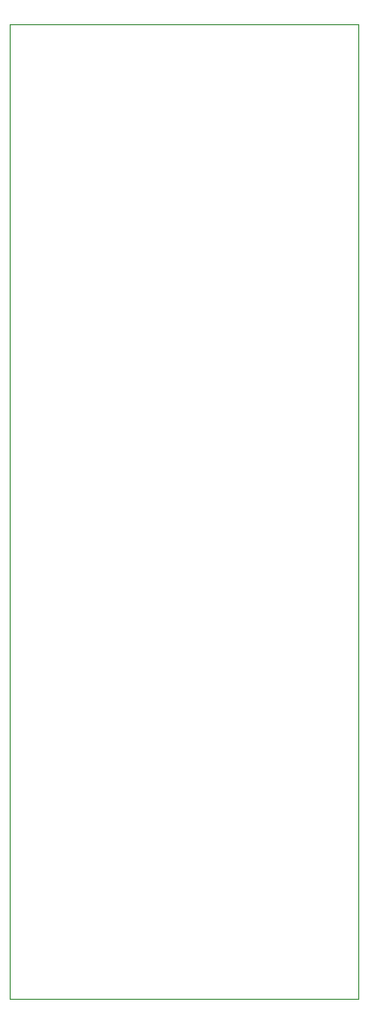
<source format=gbr>
%TF.GenerationSoftware,KiCad,Pcbnew,5.1.9-73d0e3b20d~88~ubuntu20.04.1*%
%TF.CreationDate,2021-01-04T20:03:32+01:00*%
%TF.ProjectId,placa_emisor_attiny_cuatro,706c6163-615f-4656-9d69-736f725f6174,rev?*%
%TF.SameCoordinates,Original*%
%TF.FileFunction,Profile,NP*%
%FSLAX46Y46*%
G04 Gerber Fmt 4.6, Leading zero omitted, Abs format (unit mm)*
G04 Created by KiCad (PCBNEW 5.1.9-73d0e3b20d~88~ubuntu20.04.1) date 2021-01-04 20:03:32*
%MOMM*%
%LPD*%
G01*
G04 APERTURE LIST*
%TA.AperFunction,Profile*%
%ADD10C,0.100000*%
%TD*%
G04 APERTURE END LIST*
D10*
X127000000Y-72390000D02*
X157480000Y-72390000D01*
X127000000Y-157480000D02*
X127000000Y-72390000D01*
X157480000Y-157480000D02*
X127000000Y-157480000D01*
X157480000Y-72390000D02*
X157480000Y-157480000D01*
M02*

</source>
